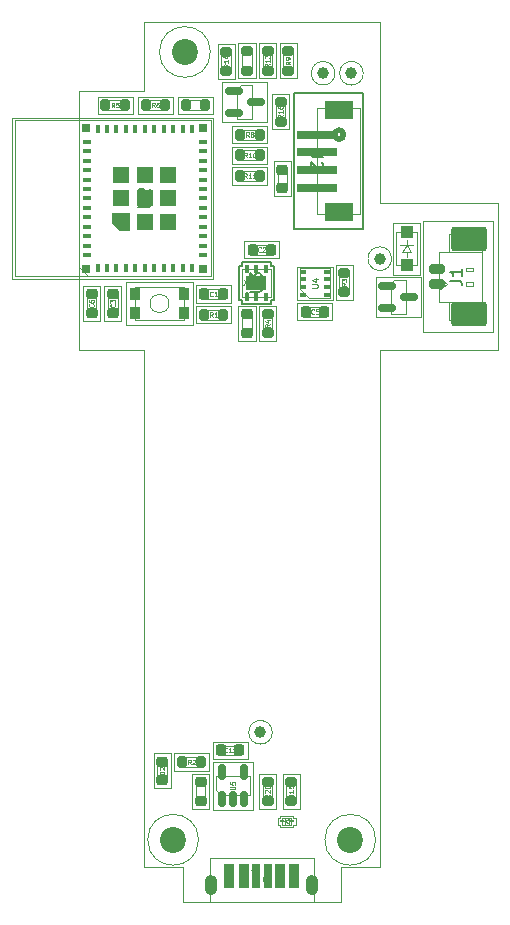
<source format=gts>
%TF.GenerationSoftware,KiCad,Pcbnew,7.0.7*%
%TF.CreationDate,2023-10-18T20:35:36-04:00*%
%TF.ProjectId,room_environment_monitor,726f6f6d-5f65-46e7-9669-726f6e6d656e,rev?*%
%TF.SameCoordinates,Original*%
%TF.FileFunction,Soldermask,Top*%
%TF.FilePolarity,Negative*%
%FSLAX46Y46*%
G04 Gerber Fmt 4.6, Leading zero omitted, Abs format (unit mm)*
G04 Created by KiCad (PCBNEW 7.0.7) date 2023-10-18 20:35:36*
%MOMM*%
%LPD*%
G01*
G04 APERTURE LIST*
G04 Aperture macros list*
%AMRoundRect*
0 Rectangle with rounded corners*
0 $1 Rounding radius*
0 $2 $3 $4 $5 $6 $7 $8 $9 X,Y pos of 4 corners*
0 Add a 4 corners polygon primitive as box body*
4,1,4,$2,$3,$4,$5,$6,$7,$8,$9,$2,$3,0*
0 Add four circle primitives for the rounded corners*
1,1,$1+$1,$2,$3*
1,1,$1+$1,$4,$5*
1,1,$1+$1,$6,$7*
1,1,$1+$1,$8,$9*
0 Add four rect primitives between the rounded corners*
20,1,$1+$1,$2,$3,$4,$5,0*
20,1,$1+$1,$4,$5,$6,$7,0*
20,1,$1+$1,$6,$7,$8,$9,0*
20,1,$1+$1,$8,$9,$2,$3,0*%
%AMFreePoly0*
4,1,6,0.725000,-0.725000,-0.725000,-0.725000,-0.725000,0.125000,-0.125000,0.725000,0.725000,0.725000,0.725000,-0.725000,0.725000,-0.725000,$1*%
G04 Aperture macros list end*
%ADD10RoundRect,0.200000X0.275000X-0.200000X0.275000X0.200000X-0.275000X0.200000X-0.275000X-0.200000X0*%
%ADD11RoundRect,0.200000X-0.275000X0.200000X-0.275000X-0.200000X0.275000X-0.200000X0.275000X0.200000X0*%
%ADD12RoundRect,0.200000X0.200000X0.275000X-0.200000X0.275000X-0.200000X-0.275000X0.200000X-0.275000X0*%
%ADD13RoundRect,0.225000X-0.225000X-0.250000X0.225000X-0.250000X0.225000X0.250000X-0.225000X0.250000X0*%
%ADD14C,2.200000*%
%ADD15RoundRect,0.150000X-0.587500X-0.150000X0.587500X-0.150000X0.587500X0.150000X-0.587500X0.150000X0*%
%ADD16RoundRect,0.150000X0.150000X-0.512500X0.150000X0.512500X-0.150000X0.512500X-0.150000X-0.512500X0*%
%ADD17RoundRect,0.200000X-0.200000X-0.275000X0.200000X-0.275000X0.200000X0.275000X-0.200000X0.275000X0*%
%ADD18R,0.711200X2.006600*%
%ADD19R,0.812800X2.006600*%
%ADD20R,0.889000X2.006600*%
%ADD21O,1.066800X1.701800*%
%ADD22R,0.500000X0.350000*%
%ADD23C,1.000000*%
%ADD24R,0.355600X0.660400*%
%ADD25R,1.701800X1.244600*%
%ADD26RoundRect,0.225000X-0.250000X0.225000X-0.250000X-0.225000X0.250000X-0.225000X0.250000X0.225000X0*%
%ADD27R,0.400000X0.800000*%
%ADD28R,0.800000X0.400000*%
%ADD29FreePoly0,90.000000*%
%ADD30R,1.450000X1.450000*%
%ADD31R,0.700000X0.700000*%
%ADD32R,3.352800X0.711200*%
%ADD33R,2.387600X1.600200*%
%ADD34RoundRect,0.062500X0.117500X0.062500X-0.117500X0.062500X-0.117500X-0.062500X0.117500X-0.062500X0*%
%ADD35RoundRect,0.218750X0.256250X-0.218750X0.256250X0.218750X-0.256250X0.218750X-0.256250X-0.218750X0*%
%ADD36RoundRect,0.225000X0.250000X-0.225000X0.250000X0.225000X-0.250000X0.225000X-0.250000X-0.225000X0*%
%ADD37RoundRect,0.200000X0.450000X-0.200000X0.450000X0.200000X-0.450000X0.200000X-0.450000X-0.200000X0*%
%ADD38RoundRect,0.250001X1.249999X-0.799999X1.249999X0.799999X-1.249999X0.799999X-1.249999X-0.799999X0*%
%ADD39RoundRect,0.225000X0.225000X0.250000X-0.225000X0.250000X-0.225000X-0.250000X0.225000X-0.250000X0*%
%ADD40R,0.900000X1.000000*%
%ADD41RoundRect,0.250000X-0.300000X0.300000X-0.300000X-0.300000X0.300000X-0.300000X0.300000X0.300000X0*%
%TA.AperFunction,Profile*%
%ADD42C,0.100000*%
%TD*%
%ADD43C,0.050000*%
%ADD44C,0.152400*%
%ADD45C,0.060000*%
%ADD46C,0.150000*%
%ADD47C,0.075000*%
%ADD48C,0.100000*%
%ADD49C,0.025400*%
%ADD50C,0.508000*%
G04 APERTURE END LIST*
D10*
%TO.C,R3*%
X117000000Y-92825000D03*
X117000000Y-91175000D03*
%TD*%
D11*
%TO.C,R9*%
X112250000Y-72425000D03*
X112250000Y-74075000D03*
%TD*%
%TO.C,R13*%
X110500000Y-72425000D03*
X110500000Y-74075000D03*
%TD*%
D12*
%TO.C,R8*%
X109825000Y-79500000D03*
X108175000Y-79500000D03*
%TD*%
D13*
%TO.C,C1*%
X105150000Y-93000000D03*
X106700000Y-93000000D03*
%TD*%
D14*
%TO.C,H1*%
X102500000Y-139200000D03*
%TD*%
D13*
%TO.C,C2*%
X109225000Y-89250000D03*
X110775000Y-89250000D03*
%TD*%
D15*
%TO.C,Q3*%
X120625000Y-92300000D03*
X120625000Y-94200000D03*
X122500000Y-93250000D03*
%TD*%
D16*
%TO.C,U5*%
X106625000Y-135762500D03*
X107575000Y-135762500D03*
X108525000Y-135762500D03*
X108525000Y-133487500D03*
X106625000Y-133487500D03*
%TD*%
D17*
%TO.C,R11*%
X108175000Y-83000000D03*
X109825000Y-83000000D03*
%TD*%
D18*
%TO.C,P1*%
X110499999Y-142250002D03*
D19*
X108480000Y-142250002D03*
D20*
X107250000Y-142250002D03*
D18*
X109500001Y-142250002D03*
D19*
X111520000Y-142250002D03*
D20*
X112750000Y-142250002D03*
D21*
X114269999Y-143050003D03*
X105730001Y-143050003D03*
%TD*%
D22*
%TO.C,U4*%
X113500000Y-93050000D03*
X113500000Y-92400000D03*
X113500000Y-91750000D03*
X113500000Y-91100000D03*
X115550000Y-91100000D03*
X115550000Y-91750000D03*
X115550000Y-92400000D03*
X115550000Y-93050000D03*
%TD*%
D23*
%TO.C,TP4*%
X109900000Y-130100000D03*
%TD*%
D24*
%TO.C,U3*%
X108750000Y-93250000D03*
X109550001Y-93250000D03*
X110350002Y-93250000D03*
X110350002Y-90862400D03*
X109550001Y-90862400D03*
X108750000Y-90862400D03*
D25*
X109550001Y-92056200D03*
%TD*%
D14*
%TO.C,H2*%
X117500000Y-139200000D03*
%TD*%
D26*
%TO.C,C7*%
X111750000Y-82475000D03*
X111750000Y-84025000D03*
%TD*%
D14*
%TO.C,H3*%
X103500000Y-72500000D03*
%TD*%
D10*
%TO.C,R15*%
X112500000Y-135950000D03*
X112500000Y-134300000D03*
%TD*%
D27*
%TO.C,U2*%
X96100000Y-90800000D03*
X96900000Y-90800000D03*
X97700000Y-90800000D03*
X98500000Y-90800000D03*
X99300000Y-90800000D03*
X100100000Y-90800000D03*
X100900000Y-90800000D03*
X101700000Y-90800000D03*
X102500000Y-90800000D03*
X103300000Y-90800000D03*
X104100000Y-90800000D03*
D28*
X105000000Y-89700000D03*
X105000000Y-88900000D03*
X105000000Y-88100000D03*
X105000000Y-87300000D03*
X105000000Y-86500000D03*
X105000000Y-85700000D03*
X105000000Y-84900000D03*
X105000000Y-84100000D03*
X105000000Y-83300000D03*
X105000000Y-82500000D03*
X105000000Y-81700000D03*
X105000000Y-80900000D03*
X105000000Y-80100000D03*
D27*
X104100000Y-79000000D03*
X103300000Y-79000000D03*
X102500000Y-79000000D03*
X101700000Y-79000000D03*
X100900000Y-79000000D03*
X100100000Y-79000000D03*
X99300000Y-79000000D03*
X98500000Y-79000000D03*
X97700000Y-79000000D03*
X96900000Y-79000000D03*
X96100000Y-79000000D03*
D28*
X95200000Y-80100000D03*
X95200000Y-80900000D03*
X95200000Y-81700000D03*
X95200000Y-82500000D03*
X95200000Y-83300000D03*
X95200000Y-84100000D03*
X95200000Y-84900000D03*
X95200000Y-85700000D03*
X95200000Y-86500000D03*
X95200000Y-87300000D03*
X95200000Y-88100000D03*
X95200000Y-88900000D03*
X95200000Y-89700000D03*
D29*
X98125000Y-86875000D03*
D30*
X100100000Y-86875000D03*
X102075000Y-86875000D03*
X98125000Y-84900000D03*
X100100000Y-84900000D03*
X102075000Y-84900000D03*
X98125000Y-82925000D03*
X100100000Y-82925000D03*
X102075000Y-82925000D03*
D31*
X95150000Y-78950000D03*
X105050000Y-78950000D03*
X105050000Y-90850000D03*
X95150000Y-90850000D03*
%TD*%
D32*
%TO.C,J2*%
X114645800Y-79499999D03*
X114645800Y-80999999D03*
X114645800Y-82500001D03*
X114645800Y-84000001D03*
D33*
X116528448Y-77449998D03*
X116528448Y-86050002D03*
%TD*%
D23*
%TO.C,TP2*%
X117600000Y-74300000D03*
%TD*%
D13*
%TO.C,C11*%
X106550000Y-131625000D03*
X108100000Y-131625000D03*
%TD*%
D34*
%TO.C,D7*%
X111705000Y-137650000D03*
X112545000Y-137650000D03*
%TD*%
D11*
%TO.C,R12*%
X108750000Y-72425000D03*
X108750000Y-74075000D03*
%TD*%
D10*
%TO.C,R14*%
X107000000Y-74112500D03*
X107000000Y-72462500D03*
%TD*%
D17*
%TO.C,R10*%
X108175000Y-81250000D03*
X109825000Y-81250000D03*
%TD*%
D12*
%TO.C,R1*%
X106750000Y-94750000D03*
X105100000Y-94750000D03*
%TD*%
D10*
%TO.C,R20*%
X110500000Y-135950000D03*
X110500000Y-134300000D03*
%TD*%
D35*
%TO.C,D2*%
X101575000Y-134162500D03*
X101575000Y-132587500D03*
%TD*%
D36*
%TO.C,C10*%
X104825000Y-135900000D03*
X104825000Y-134350000D03*
%TD*%
D12*
%TO.C,R5*%
X98425000Y-77000000D03*
X96775000Y-77000000D03*
%TD*%
D37*
%TO.C,J1*%
X124825000Y-92150000D03*
X124825000Y-90900000D03*
D38*
X127575000Y-94700000D03*
X127575000Y-88350000D03*
%TD*%
D17*
%TO.C,R6*%
X100175000Y-77000000D03*
X101825000Y-77000000D03*
%TD*%
D11*
%TO.C,R16*%
X111600000Y-76750000D03*
X111600000Y-78400000D03*
%TD*%
D39*
%TO.C,C5*%
X115275000Y-94500000D03*
X113725000Y-94500000D03*
%TD*%
D40*
%TO.C,SW1*%
X103400000Y-94600000D03*
X99300000Y-94600000D03*
X103400000Y-93000000D03*
X99300000Y-93000000D03*
%TD*%
D12*
%TO.C,R2*%
X104900000Y-132625000D03*
X103250000Y-132625000D03*
%TD*%
D26*
%TO.C,C4*%
X108750000Y-94725000D03*
X108750000Y-96275000D03*
%TD*%
D10*
%TO.C,R4*%
X110500000Y-96325000D03*
X110500000Y-94675000D03*
%TD*%
D26*
%TO.C,C3*%
X97400000Y-93025000D03*
X97400000Y-94575000D03*
%TD*%
D23*
%TO.C,TP3*%
X115200000Y-74300000D03*
%TD*%
D26*
%TO.C,C6*%
X95600000Y-93025000D03*
X95600000Y-94575000D03*
%TD*%
D41*
%TO.C,D1*%
X122275000Y-87750000D03*
X122275000Y-90550000D03*
%TD*%
D17*
%TO.C,R7*%
X103575000Y-77000000D03*
X105225000Y-77000000D03*
%TD*%
D23*
%TO.C,TP1*%
X120000000Y-90000000D03*
%TD*%
D15*
%TO.C,Q1*%
X107625000Y-75800000D03*
X107625000Y-77700000D03*
X109500000Y-76750000D03*
%TD*%
D42*
X120000000Y-70000000D02*
X120000000Y-85250000D01*
X103300000Y-144500000D02*
X103300000Y-141500000D01*
X120000000Y-85250000D02*
X130000000Y-85250000D01*
X100000000Y-70000000D02*
X120000000Y-70000000D01*
X100000000Y-75800000D02*
X100000000Y-70000000D01*
X100000000Y-97750000D02*
X94500000Y-97750000D01*
X120000000Y-97750000D02*
X120000000Y-141500000D01*
X130000000Y-85250000D02*
X130000000Y-97750000D01*
X116700000Y-144500000D02*
X103300000Y-144500000D01*
X103300000Y-141500000D02*
X100000000Y-141500000D01*
X116700000Y-141500000D02*
X116700000Y-144500000D01*
X100000000Y-141500000D02*
X100000000Y-97750000D01*
X130000000Y-97750000D02*
X120000000Y-97750000D01*
X94500000Y-75800000D02*
X100000000Y-75800000D01*
X94500000Y-75800000D02*
X94500000Y-97750000D01*
X120000000Y-141500000D02*
X116700000Y-141500000D01*
D43*
%TO.C,R3*%
X116270000Y-93480000D02*
X116270000Y-90520000D01*
X117730000Y-93480000D02*
X116270000Y-93480000D01*
X116270000Y-90520000D02*
X117730000Y-90520000D01*
X117730000Y-90520000D02*
X117730000Y-93480000D01*
%TO.C,R9*%
X112980000Y-71770000D02*
X112980000Y-74730000D01*
X111520000Y-71770000D02*
X112980000Y-71770000D01*
X112980000Y-74730000D02*
X111520000Y-74730000D01*
X111520000Y-74730000D02*
X111520000Y-71770000D01*
%TO.C,R13*%
X111230000Y-71770000D02*
X111230000Y-74730000D01*
X109770000Y-71770000D02*
X111230000Y-71770000D01*
X111230000Y-74730000D02*
X109770000Y-74730000D01*
X109770000Y-74730000D02*
X109770000Y-71770000D01*
%TO.C,R8*%
X110480000Y-80230000D02*
X107520000Y-80230000D01*
X110480000Y-78770000D02*
X110480000Y-80230000D01*
X107520000Y-80230000D02*
X107520000Y-78770000D01*
X107520000Y-78770000D02*
X110480000Y-78770000D01*
%TO.C,C1*%
X104445000Y-92270000D02*
X107405000Y-92270000D01*
X104445000Y-93730000D02*
X104445000Y-92270000D01*
X107405000Y-92270000D02*
X107405000Y-93730000D01*
X107405000Y-93730000D02*
X104445000Y-93730000D01*
%TO.C,H1*%
X104650000Y-139200000D02*
G75*
G03*
X104650000Y-139200000I-2150000J0D01*
G01*
%TO.C,C2*%
X108520000Y-88520000D02*
X111480000Y-88520000D01*
X108520000Y-89980000D02*
X108520000Y-88520000D01*
X111480000Y-88520000D02*
X111480000Y-89980000D01*
X111480000Y-89980000D02*
X108520000Y-89980000D01*
%TO.C,Q3*%
X119642500Y-91550000D02*
X119642500Y-94950000D01*
X119642500Y-94950000D02*
X123482500Y-94950000D01*
X123482500Y-91550000D02*
X119642500Y-91550000D01*
X123482500Y-94950000D02*
X123482500Y-91550000D01*
%TO.C,U5*%
X105875000Y-136675000D02*
X109275000Y-136675000D01*
X109275000Y-136675000D02*
X109275000Y-132575000D01*
X105875000Y-132575000D02*
X105875000Y-136675000D01*
X109275000Y-132575000D02*
X105875000Y-132575000D01*
%TO.C,R11*%
X107520000Y-82270000D02*
X110480000Y-82270000D01*
X107520000Y-83730000D02*
X107520000Y-82270000D01*
X110480000Y-82270000D02*
X110480000Y-83730000D01*
X110480000Y-83730000D02*
X107520000Y-83730000D01*
%TO.C,U4*%
X112985000Y-93485000D02*
X112985000Y-90665000D01*
X116065000Y-93485000D02*
X112985000Y-93485000D01*
X112985000Y-90665000D02*
X116065000Y-90665000D01*
X116065000Y-90665000D02*
X116065000Y-93485000D01*
%TO.C,TP4*%
X110900000Y-130100000D02*
G75*
G03*
X110900000Y-130100000I-1000000J0D01*
G01*
D44*
%TO.C,U3*%
X108318201Y-93834200D02*
X108318201Y-93529400D01*
X110781801Y-93834200D02*
X108318201Y-93834200D01*
X110781801Y-93834200D02*
X110781801Y-93529400D01*
X108076801Y-93529400D02*
X108076801Y-90583000D01*
X108318201Y-93529400D02*
X108076801Y-93529400D01*
X111023201Y-93529400D02*
X110781801Y-93529400D01*
X108076801Y-90583000D02*
X108318201Y-90583000D01*
X110781801Y-90583000D02*
X111023201Y-90583000D01*
X111023201Y-90583000D02*
X111023201Y-93529400D01*
X108318201Y-90278200D02*
X108318201Y-90583000D01*
X108318201Y-90278200D02*
X110781801Y-90278200D01*
X110781801Y-90278200D02*
X110781801Y-90583000D01*
D43*
%TO.C,H2*%
X119650000Y-139200000D02*
G75*
G03*
X119650000Y-139200000I-2150000J0D01*
G01*
%TO.C,C7*%
X112480000Y-81770000D02*
X112480000Y-84730000D01*
X111020000Y-81770000D02*
X112480000Y-81770000D01*
X112480000Y-84730000D02*
X111020000Y-84730000D01*
X111020000Y-84730000D02*
X111020000Y-81770000D01*
%TO.C,H3*%
X105650000Y-72500000D02*
G75*
G03*
X105650000Y-72500000I-2150000J0D01*
G01*
%TO.C,R15*%
X111770000Y-136605000D02*
X111770000Y-133645000D01*
X113230000Y-136605000D02*
X111770000Y-136605000D01*
X111770000Y-133645000D02*
X113230000Y-133645000D01*
X113230000Y-133645000D02*
X113230000Y-136605000D01*
%TO.C,U2*%
X88900000Y-91700000D02*
X88900000Y-78100000D01*
X105900000Y-91700000D02*
X88900000Y-91700000D01*
X88900000Y-78100000D02*
X105900000Y-78100000D01*
X105900000Y-78100000D02*
X105900000Y-91700000D01*
D44*
%TO.C,J2*%
X118608200Y-76002199D02*
X112715400Y-76002199D01*
X112715400Y-76002199D02*
X112715400Y-87497801D01*
X118608200Y-87497801D02*
X118608200Y-76002199D01*
X112715400Y-87497801D02*
X118608200Y-87497801D01*
D43*
%TO.C,TP2*%
X118600000Y-74300000D02*
G75*
G03*
X118600000Y-74300000I-1000000J0D01*
G01*
%TO.C,C11*%
X105845000Y-130895000D02*
X108805000Y-130895000D01*
X105845000Y-132355000D02*
X105845000Y-130895000D01*
X108805000Y-130895000D02*
X108805000Y-132355000D01*
X108805000Y-132355000D02*
X105845000Y-132355000D01*
%TO.C,D7*%
X111375000Y-137370000D02*
X111375000Y-137930000D01*
X111375000Y-137930000D02*
X111575000Y-137930000D01*
X111575000Y-137200000D02*
X112675000Y-137200000D01*
X111575000Y-137370000D02*
X111375000Y-137370000D01*
X111575000Y-137370000D02*
X111575000Y-137200000D01*
X111575000Y-138100000D02*
X111575000Y-137930000D01*
X112675000Y-137200000D02*
X112675000Y-137370000D01*
X112675000Y-137370000D02*
X112875000Y-137370000D01*
X112675000Y-137930000D02*
X112675000Y-138100000D01*
X112675000Y-138100000D02*
X111575000Y-138100000D01*
X112875000Y-137370000D02*
X112875000Y-137930000D01*
X112875000Y-137930000D02*
X112675000Y-137930000D01*
%TO.C,R12*%
X109480000Y-71770000D02*
X109480000Y-74730000D01*
X108020000Y-71770000D02*
X109480000Y-71770000D01*
X109480000Y-74730000D02*
X108020000Y-74730000D01*
X108020000Y-74730000D02*
X108020000Y-71770000D01*
%TO.C,R14*%
X106270000Y-74767500D02*
X106270000Y-71807500D01*
X107730000Y-74767500D02*
X106270000Y-74767500D01*
X106270000Y-71807500D02*
X107730000Y-71807500D01*
X107730000Y-71807500D02*
X107730000Y-74767500D01*
%TO.C,R10*%
X107520000Y-80520000D02*
X110480000Y-80520000D01*
X107520000Y-81980000D02*
X107520000Y-80520000D01*
X110480000Y-80520000D02*
X110480000Y-81980000D01*
X110480000Y-81980000D02*
X107520000Y-81980000D01*
%TO.C,R1*%
X107405000Y-95480000D02*
X104445000Y-95480000D01*
X107405000Y-94020000D02*
X107405000Y-95480000D01*
X104445000Y-95480000D02*
X104445000Y-94020000D01*
X104445000Y-94020000D02*
X107405000Y-94020000D01*
%TO.C,R20*%
X109770000Y-136605000D02*
X109770000Y-133645000D01*
X111230000Y-136605000D02*
X109770000Y-136605000D01*
X109770000Y-133645000D02*
X111230000Y-133645000D01*
X111230000Y-133645000D02*
X111230000Y-136605000D01*
%TO.C,D2*%
X100845000Y-134855000D02*
X100845000Y-131895000D01*
X102305000Y-134855000D02*
X100845000Y-134855000D01*
X100845000Y-131895000D02*
X102305000Y-131895000D01*
X102305000Y-131895000D02*
X102305000Y-134855000D01*
%TO.C,C10*%
X104095000Y-136605000D02*
X104095000Y-133645000D01*
X105555000Y-136605000D02*
X104095000Y-136605000D01*
X104095000Y-133645000D02*
X105555000Y-133645000D01*
X105555000Y-133645000D02*
X105555000Y-136605000D01*
%TO.C,R5*%
X99080000Y-77730000D02*
X96120000Y-77730000D01*
X99080000Y-76270000D02*
X99080000Y-77730000D01*
X96120000Y-77730000D02*
X96120000Y-76270000D01*
X96120000Y-76270000D02*
X99080000Y-76270000D01*
%TO.C,J1*%
X123675000Y-96245000D02*
X129575000Y-96245000D01*
X129575000Y-96245000D02*
X129575000Y-86805000D01*
X123675000Y-86805000D02*
X123675000Y-96245000D01*
X129575000Y-86805000D02*
X123675000Y-86805000D01*
%TO.C,R6*%
X99520000Y-76270000D02*
X102480000Y-76270000D01*
X99520000Y-77730000D02*
X99520000Y-76270000D01*
X102480000Y-76270000D02*
X102480000Y-77730000D01*
X102480000Y-77730000D02*
X99520000Y-77730000D01*
%TO.C,R16*%
X112330000Y-76095000D02*
X112330000Y-79055000D01*
X110870000Y-76095000D02*
X112330000Y-76095000D01*
X112330000Y-79055000D02*
X110870000Y-79055000D01*
X110870000Y-79055000D02*
X110870000Y-76095000D01*
%TO.C,C5*%
X115980000Y-95230000D02*
X113020000Y-95230000D01*
X115980000Y-93770000D02*
X115980000Y-95230000D01*
X113020000Y-95230000D02*
X113020000Y-93770000D01*
X113020000Y-93770000D02*
X115980000Y-93770000D01*
%TO.C,SW1*%
X104150000Y-95600000D02*
X98550000Y-95600000D01*
X104150000Y-92000000D02*
X104150000Y-95600000D01*
X98550000Y-95600000D02*
X98550000Y-92000000D01*
X98550000Y-92000000D02*
X104150000Y-92000000D01*
%TO.C,R2*%
X105555000Y-133355000D02*
X102595000Y-133355000D01*
X105555000Y-131895000D02*
X105555000Y-133355000D01*
X102595000Y-133355000D02*
X102595000Y-131895000D01*
X102595000Y-131895000D02*
X105555000Y-131895000D01*
%TO.C,C4*%
X109480000Y-94020000D02*
X109480000Y-96980000D01*
X108020000Y-94020000D02*
X109480000Y-94020000D01*
X109480000Y-96980000D02*
X108020000Y-96980000D01*
X108020000Y-96980000D02*
X108020000Y-94020000D01*
%TO.C,R4*%
X109770000Y-96980000D02*
X109770000Y-94020000D01*
X111230000Y-96980000D02*
X109770000Y-96980000D01*
X109770000Y-94020000D02*
X111230000Y-94020000D01*
X111230000Y-94020000D02*
X111230000Y-96980000D01*
%TO.C,C3*%
X98130000Y-92320000D02*
X98130000Y-95280000D01*
X96670000Y-92320000D02*
X98130000Y-92320000D01*
X98130000Y-95280000D02*
X96670000Y-95280000D01*
X96670000Y-95280000D02*
X96670000Y-92320000D01*
%TO.C,TP3*%
X116200000Y-74300000D02*
G75*
G03*
X116200000Y-74300000I-1000000J0D01*
G01*
%TO.C,C6*%
X96330000Y-92320000D02*
X96330000Y-95280000D01*
X94870000Y-92320000D02*
X96330000Y-92320000D01*
X96330000Y-95280000D02*
X94870000Y-95280000D01*
X94870000Y-95280000D02*
X94870000Y-92320000D01*
%TO.C,D1*%
X123425000Y-86950000D02*
X121125000Y-86950000D01*
X123425000Y-86950000D02*
X123425000Y-91350000D01*
X123425000Y-91350000D02*
X121125000Y-91350000D01*
X121125000Y-91350000D02*
X121125000Y-86950000D01*
%TO.C,R7*%
X102920000Y-76270000D02*
X105880000Y-76270000D01*
X102920000Y-77730000D02*
X102920000Y-76270000D01*
X105880000Y-76270000D02*
X105880000Y-77730000D01*
X105880000Y-77730000D02*
X102920000Y-77730000D01*
%TO.C,TP1*%
X121000000Y-90000000D02*
G75*
G03*
X121000000Y-90000000I-1000000J0D01*
G01*
%TO.C,Q1*%
X106642500Y-75050000D02*
X106642500Y-78450000D01*
X106642500Y-78450000D02*
X110482500Y-78450000D01*
X110482500Y-75050000D02*
X106642500Y-75050000D01*
X110482500Y-78450000D02*
X110482500Y-75050000D01*
%TD*%
D45*
X117181927Y-92066666D02*
X116991451Y-92199999D01*
X117181927Y-92295237D02*
X116781927Y-92295237D01*
X116781927Y-92295237D02*
X116781927Y-92142856D01*
X116781927Y-92142856D02*
X116800975Y-92104761D01*
X116800975Y-92104761D02*
X116820022Y-92085714D01*
X116820022Y-92085714D02*
X116858118Y-92066666D01*
X116858118Y-92066666D02*
X116915260Y-92066666D01*
X116915260Y-92066666D02*
X116953356Y-92085714D01*
X116953356Y-92085714D02*
X116972403Y-92104761D01*
X116972403Y-92104761D02*
X116991451Y-92142856D01*
X116991451Y-92142856D02*
X116991451Y-92295237D01*
X116781927Y-91933333D02*
X116781927Y-91685714D01*
X116781927Y-91685714D02*
X116934308Y-91819047D01*
X116934308Y-91819047D02*
X116934308Y-91761904D01*
X116934308Y-91761904D02*
X116953356Y-91723809D01*
X116953356Y-91723809D02*
X116972403Y-91704761D01*
X116972403Y-91704761D02*
X117010499Y-91685714D01*
X117010499Y-91685714D02*
X117105737Y-91685714D01*
X117105737Y-91685714D02*
X117143832Y-91704761D01*
X117143832Y-91704761D02*
X117162880Y-91723809D01*
X117162880Y-91723809D02*
X117181927Y-91761904D01*
X117181927Y-91761904D02*
X117181927Y-91876190D01*
X117181927Y-91876190D02*
X117162880Y-91914285D01*
X117162880Y-91914285D02*
X117143832Y-91933333D01*
X112431927Y-73316666D02*
X112241451Y-73449999D01*
X112431927Y-73545237D02*
X112031927Y-73545237D01*
X112031927Y-73545237D02*
X112031927Y-73392856D01*
X112031927Y-73392856D02*
X112050975Y-73354761D01*
X112050975Y-73354761D02*
X112070022Y-73335714D01*
X112070022Y-73335714D02*
X112108118Y-73316666D01*
X112108118Y-73316666D02*
X112165260Y-73316666D01*
X112165260Y-73316666D02*
X112203356Y-73335714D01*
X112203356Y-73335714D02*
X112222403Y-73354761D01*
X112222403Y-73354761D02*
X112241451Y-73392856D01*
X112241451Y-73392856D02*
X112241451Y-73545237D01*
X112431927Y-73126190D02*
X112431927Y-73049999D01*
X112431927Y-73049999D02*
X112412880Y-73011904D01*
X112412880Y-73011904D02*
X112393832Y-72992856D01*
X112393832Y-72992856D02*
X112336689Y-72954761D01*
X112336689Y-72954761D02*
X112260499Y-72935714D01*
X112260499Y-72935714D02*
X112108118Y-72935714D01*
X112108118Y-72935714D02*
X112070022Y-72954761D01*
X112070022Y-72954761D02*
X112050975Y-72973809D01*
X112050975Y-72973809D02*
X112031927Y-73011904D01*
X112031927Y-73011904D02*
X112031927Y-73088095D01*
X112031927Y-73088095D02*
X112050975Y-73126190D01*
X112050975Y-73126190D02*
X112070022Y-73145237D01*
X112070022Y-73145237D02*
X112108118Y-73164285D01*
X112108118Y-73164285D02*
X112203356Y-73164285D01*
X112203356Y-73164285D02*
X112241451Y-73145237D01*
X112241451Y-73145237D02*
X112260499Y-73126190D01*
X112260499Y-73126190D02*
X112279546Y-73088095D01*
X112279546Y-73088095D02*
X112279546Y-73011904D01*
X112279546Y-73011904D02*
X112260499Y-72973809D01*
X112260499Y-72973809D02*
X112241451Y-72954761D01*
X112241451Y-72954761D02*
X112203356Y-72935714D01*
X110681927Y-73507142D02*
X110491451Y-73640475D01*
X110681927Y-73735713D02*
X110281927Y-73735713D01*
X110281927Y-73735713D02*
X110281927Y-73583332D01*
X110281927Y-73583332D02*
X110300975Y-73545237D01*
X110300975Y-73545237D02*
X110320022Y-73526190D01*
X110320022Y-73526190D02*
X110358118Y-73507142D01*
X110358118Y-73507142D02*
X110415260Y-73507142D01*
X110415260Y-73507142D02*
X110453356Y-73526190D01*
X110453356Y-73526190D02*
X110472403Y-73545237D01*
X110472403Y-73545237D02*
X110491451Y-73583332D01*
X110491451Y-73583332D02*
X110491451Y-73735713D01*
X110681927Y-73126190D02*
X110681927Y-73354761D01*
X110681927Y-73240475D02*
X110281927Y-73240475D01*
X110281927Y-73240475D02*
X110339070Y-73278571D01*
X110339070Y-73278571D02*
X110377165Y-73316666D01*
X110377165Y-73316666D02*
X110396213Y-73354761D01*
X110281927Y-72992857D02*
X110281927Y-72745238D01*
X110281927Y-72745238D02*
X110434308Y-72878571D01*
X110434308Y-72878571D02*
X110434308Y-72821428D01*
X110434308Y-72821428D02*
X110453356Y-72783333D01*
X110453356Y-72783333D02*
X110472403Y-72764285D01*
X110472403Y-72764285D02*
X110510499Y-72745238D01*
X110510499Y-72745238D02*
X110605737Y-72745238D01*
X110605737Y-72745238D02*
X110643832Y-72764285D01*
X110643832Y-72764285D02*
X110662880Y-72783333D01*
X110662880Y-72783333D02*
X110681927Y-72821428D01*
X110681927Y-72821428D02*
X110681927Y-72935714D01*
X110681927Y-72935714D02*
X110662880Y-72973809D01*
X110662880Y-72973809D02*
X110643832Y-72992857D01*
X108933333Y-79681927D02*
X108800000Y-79491451D01*
X108704762Y-79681927D02*
X108704762Y-79281927D01*
X108704762Y-79281927D02*
X108857143Y-79281927D01*
X108857143Y-79281927D02*
X108895238Y-79300975D01*
X108895238Y-79300975D02*
X108914285Y-79320022D01*
X108914285Y-79320022D02*
X108933333Y-79358118D01*
X108933333Y-79358118D02*
X108933333Y-79415260D01*
X108933333Y-79415260D02*
X108914285Y-79453356D01*
X108914285Y-79453356D02*
X108895238Y-79472403D01*
X108895238Y-79472403D02*
X108857143Y-79491451D01*
X108857143Y-79491451D02*
X108704762Y-79491451D01*
X109161904Y-79453356D02*
X109123809Y-79434308D01*
X109123809Y-79434308D02*
X109104762Y-79415260D01*
X109104762Y-79415260D02*
X109085714Y-79377165D01*
X109085714Y-79377165D02*
X109085714Y-79358118D01*
X109085714Y-79358118D02*
X109104762Y-79320022D01*
X109104762Y-79320022D02*
X109123809Y-79300975D01*
X109123809Y-79300975D02*
X109161904Y-79281927D01*
X109161904Y-79281927D02*
X109238095Y-79281927D01*
X109238095Y-79281927D02*
X109276190Y-79300975D01*
X109276190Y-79300975D02*
X109295238Y-79320022D01*
X109295238Y-79320022D02*
X109314285Y-79358118D01*
X109314285Y-79358118D02*
X109314285Y-79377165D01*
X109314285Y-79377165D02*
X109295238Y-79415260D01*
X109295238Y-79415260D02*
X109276190Y-79434308D01*
X109276190Y-79434308D02*
X109238095Y-79453356D01*
X109238095Y-79453356D02*
X109161904Y-79453356D01*
X109161904Y-79453356D02*
X109123809Y-79472403D01*
X109123809Y-79472403D02*
X109104762Y-79491451D01*
X109104762Y-79491451D02*
X109085714Y-79529546D01*
X109085714Y-79529546D02*
X109085714Y-79605737D01*
X109085714Y-79605737D02*
X109104762Y-79643832D01*
X109104762Y-79643832D02*
X109123809Y-79662880D01*
X109123809Y-79662880D02*
X109161904Y-79681927D01*
X109161904Y-79681927D02*
X109238095Y-79681927D01*
X109238095Y-79681927D02*
X109276190Y-79662880D01*
X109276190Y-79662880D02*
X109295238Y-79643832D01*
X109295238Y-79643832D02*
X109314285Y-79605737D01*
X109314285Y-79605737D02*
X109314285Y-79529546D01*
X109314285Y-79529546D02*
X109295238Y-79491451D01*
X109295238Y-79491451D02*
X109276190Y-79472403D01*
X109276190Y-79472403D02*
X109238095Y-79453356D01*
X105858333Y-93143832D02*
X105839285Y-93162880D01*
X105839285Y-93162880D02*
X105782143Y-93181927D01*
X105782143Y-93181927D02*
X105744047Y-93181927D01*
X105744047Y-93181927D02*
X105686904Y-93162880D01*
X105686904Y-93162880D02*
X105648809Y-93124784D01*
X105648809Y-93124784D02*
X105629762Y-93086689D01*
X105629762Y-93086689D02*
X105610714Y-93010499D01*
X105610714Y-93010499D02*
X105610714Y-92953356D01*
X105610714Y-92953356D02*
X105629762Y-92877165D01*
X105629762Y-92877165D02*
X105648809Y-92839070D01*
X105648809Y-92839070D02*
X105686904Y-92800975D01*
X105686904Y-92800975D02*
X105744047Y-92781927D01*
X105744047Y-92781927D02*
X105782143Y-92781927D01*
X105782143Y-92781927D02*
X105839285Y-92800975D01*
X105839285Y-92800975D02*
X105858333Y-92820022D01*
X106239285Y-93181927D02*
X106010714Y-93181927D01*
X106125000Y-93181927D02*
X106125000Y-92781927D01*
X106125000Y-92781927D02*
X106086904Y-92839070D01*
X106086904Y-92839070D02*
X106048809Y-92877165D01*
X106048809Y-92877165D02*
X106010714Y-92896213D01*
D46*
X101738095Y-139654819D02*
X101738095Y-138654819D01*
X101738095Y-139131009D02*
X102309523Y-139131009D01*
X102309523Y-139654819D02*
X102309523Y-138654819D01*
X103309523Y-139654819D02*
X102738095Y-139654819D01*
X103023809Y-139654819D02*
X103023809Y-138654819D01*
X103023809Y-138654819D02*
X102928571Y-138797676D01*
X102928571Y-138797676D02*
X102833333Y-138892914D01*
X102833333Y-138892914D02*
X102738095Y-138940533D01*
D45*
X109933333Y-89393832D02*
X109914285Y-89412880D01*
X109914285Y-89412880D02*
X109857143Y-89431927D01*
X109857143Y-89431927D02*
X109819047Y-89431927D01*
X109819047Y-89431927D02*
X109761904Y-89412880D01*
X109761904Y-89412880D02*
X109723809Y-89374784D01*
X109723809Y-89374784D02*
X109704762Y-89336689D01*
X109704762Y-89336689D02*
X109685714Y-89260499D01*
X109685714Y-89260499D02*
X109685714Y-89203356D01*
X109685714Y-89203356D02*
X109704762Y-89127165D01*
X109704762Y-89127165D02*
X109723809Y-89089070D01*
X109723809Y-89089070D02*
X109761904Y-89050975D01*
X109761904Y-89050975D02*
X109819047Y-89031927D01*
X109819047Y-89031927D02*
X109857143Y-89031927D01*
X109857143Y-89031927D02*
X109914285Y-89050975D01*
X109914285Y-89050975D02*
X109933333Y-89070022D01*
X110085714Y-89070022D02*
X110104762Y-89050975D01*
X110104762Y-89050975D02*
X110142857Y-89031927D01*
X110142857Y-89031927D02*
X110238095Y-89031927D01*
X110238095Y-89031927D02*
X110276190Y-89050975D01*
X110276190Y-89050975D02*
X110295238Y-89070022D01*
X110295238Y-89070022D02*
X110314285Y-89108118D01*
X110314285Y-89108118D02*
X110314285Y-89146213D01*
X110314285Y-89146213D02*
X110295238Y-89203356D01*
X110295238Y-89203356D02*
X110066666Y-89431927D01*
X110066666Y-89431927D02*
X110314285Y-89431927D01*
X107356927Y-134929761D02*
X107680737Y-134929761D01*
X107680737Y-134929761D02*
X107718832Y-134910714D01*
X107718832Y-134910714D02*
X107737880Y-134891666D01*
X107737880Y-134891666D02*
X107756927Y-134853571D01*
X107756927Y-134853571D02*
X107756927Y-134777380D01*
X107756927Y-134777380D02*
X107737880Y-134739285D01*
X107737880Y-134739285D02*
X107718832Y-134720238D01*
X107718832Y-134720238D02*
X107680737Y-134701190D01*
X107680737Y-134701190D02*
X107356927Y-134701190D01*
X107356927Y-134320237D02*
X107356927Y-134510713D01*
X107356927Y-134510713D02*
X107547403Y-134529761D01*
X107547403Y-134529761D02*
X107528356Y-134510713D01*
X107528356Y-134510713D02*
X107509308Y-134472618D01*
X107509308Y-134472618D02*
X107509308Y-134377380D01*
X107509308Y-134377380D02*
X107528356Y-134339285D01*
X107528356Y-134339285D02*
X107547403Y-134320237D01*
X107547403Y-134320237D02*
X107585499Y-134301190D01*
X107585499Y-134301190D02*
X107680737Y-134301190D01*
X107680737Y-134301190D02*
X107718832Y-134320237D01*
X107718832Y-134320237D02*
X107737880Y-134339285D01*
X107737880Y-134339285D02*
X107756927Y-134377380D01*
X107756927Y-134377380D02*
X107756927Y-134472618D01*
X107756927Y-134472618D02*
X107737880Y-134510713D01*
X107737880Y-134510713D02*
X107718832Y-134529761D01*
X108742857Y-83181927D02*
X108609524Y-82991451D01*
X108514286Y-83181927D02*
X108514286Y-82781927D01*
X108514286Y-82781927D02*
X108666667Y-82781927D01*
X108666667Y-82781927D02*
X108704762Y-82800975D01*
X108704762Y-82800975D02*
X108723809Y-82820022D01*
X108723809Y-82820022D02*
X108742857Y-82858118D01*
X108742857Y-82858118D02*
X108742857Y-82915260D01*
X108742857Y-82915260D02*
X108723809Y-82953356D01*
X108723809Y-82953356D02*
X108704762Y-82972403D01*
X108704762Y-82972403D02*
X108666667Y-82991451D01*
X108666667Y-82991451D02*
X108514286Y-82991451D01*
X109123809Y-83181927D02*
X108895238Y-83181927D01*
X109009524Y-83181927D02*
X109009524Y-82781927D01*
X109009524Y-82781927D02*
X108971428Y-82839070D01*
X108971428Y-82839070D02*
X108933333Y-82877165D01*
X108933333Y-82877165D02*
X108895238Y-82896213D01*
X109504761Y-83181927D02*
X109276190Y-83181927D01*
X109390476Y-83181927D02*
X109390476Y-82781927D01*
X109390476Y-82781927D02*
X109352380Y-82839070D01*
X109352380Y-82839070D02*
X109314285Y-82877165D01*
X109314285Y-82877165D02*
X109276190Y-82896213D01*
D46*
X110738094Y-141795182D02*
X110738094Y-142795182D01*
X110738094Y-142795182D02*
X110357142Y-142795182D01*
X110357142Y-142795182D02*
X110261904Y-142747563D01*
X110261904Y-142747563D02*
X110214285Y-142699944D01*
X110214285Y-142699944D02*
X110166666Y-142604706D01*
X110166666Y-142604706D02*
X110166666Y-142461849D01*
X110166666Y-142461849D02*
X110214285Y-142366611D01*
X110214285Y-142366611D02*
X110261904Y-142318992D01*
X110261904Y-142318992D02*
X110357142Y-142271373D01*
X110357142Y-142271373D02*
X110738094Y-142271373D01*
X109214285Y-141795182D02*
X109785713Y-141795182D01*
X109499999Y-141795182D02*
X109499999Y-142795182D01*
X109499999Y-142795182D02*
X109595237Y-142652325D01*
X109595237Y-142652325D02*
X109690475Y-142557087D01*
X109690475Y-142557087D02*
X109785713Y-142509468D01*
D47*
X114252409Y-92455952D02*
X114657171Y-92455952D01*
X114657171Y-92455952D02*
X114704790Y-92432142D01*
X114704790Y-92432142D02*
X114728600Y-92408333D01*
X114728600Y-92408333D02*
X114752409Y-92360714D01*
X114752409Y-92360714D02*
X114752409Y-92265476D01*
X114752409Y-92265476D02*
X114728600Y-92217857D01*
X114728600Y-92217857D02*
X114704790Y-92194047D01*
X114704790Y-92194047D02*
X114657171Y-92170238D01*
X114657171Y-92170238D02*
X114252409Y-92170238D01*
X114419076Y-91717856D02*
X114752409Y-91717856D01*
X114228600Y-91836904D02*
X114585742Y-91955951D01*
X114585742Y-91955951D02*
X114585742Y-91646428D01*
D46*
X109004820Y-92818104D02*
X109814343Y-92818104D01*
X109814343Y-92818104D02*
X109909581Y-92770485D01*
X109909581Y-92770485D02*
X109957201Y-92722866D01*
X109957201Y-92722866D02*
X110004820Y-92627628D01*
X110004820Y-92627628D02*
X110004820Y-92437152D01*
X110004820Y-92437152D02*
X109957201Y-92341914D01*
X109957201Y-92341914D02*
X109909581Y-92294295D01*
X109909581Y-92294295D02*
X109814343Y-92246676D01*
X109814343Y-92246676D02*
X109004820Y-92246676D01*
X109004820Y-91865723D02*
X109004820Y-91246676D01*
X109004820Y-91246676D02*
X109385772Y-91580009D01*
X109385772Y-91580009D02*
X109385772Y-91437152D01*
X109385772Y-91437152D02*
X109433391Y-91341914D01*
X109433391Y-91341914D02*
X109481010Y-91294295D01*
X109481010Y-91294295D02*
X109576248Y-91246676D01*
X109576248Y-91246676D02*
X109814343Y-91246676D01*
X109814343Y-91246676D02*
X109909581Y-91294295D01*
X109909581Y-91294295D02*
X109957201Y-91341914D01*
X109957201Y-91341914D02*
X110004820Y-91437152D01*
X110004820Y-91437152D02*
X110004820Y-91722866D01*
X110004820Y-91722866D02*
X109957201Y-91818104D01*
X109957201Y-91818104D02*
X109909581Y-91865723D01*
X116738095Y-139654819D02*
X116738095Y-138654819D01*
X116738095Y-139131009D02*
X117309523Y-139131009D01*
X117309523Y-139654819D02*
X117309523Y-138654819D01*
X117738095Y-138750057D02*
X117785714Y-138702438D01*
X117785714Y-138702438D02*
X117880952Y-138654819D01*
X117880952Y-138654819D02*
X118119047Y-138654819D01*
X118119047Y-138654819D02*
X118214285Y-138702438D01*
X118214285Y-138702438D02*
X118261904Y-138750057D01*
X118261904Y-138750057D02*
X118309523Y-138845295D01*
X118309523Y-138845295D02*
X118309523Y-138940533D01*
X118309523Y-138940533D02*
X118261904Y-139083390D01*
X118261904Y-139083390D02*
X117690476Y-139654819D01*
X117690476Y-139654819D02*
X118309523Y-139654819D01*
X102738095Y-72954819D02*
X102738095Y-71954819D01*
X102738095Y-72431009D02*
X103309523Y-72431009D01*
X103309523Y-72954819D02*
X103309523Y-71954819D01*
X103690476Y-71954819D02*
X104309523Y-71954819D01*
X104309523Y-71954819D02*
X103976190Y-72335771D01*
X103976190Y-72335771D02*
X104119047Y-72335771D01*
X104119047Y-72335771D02*
X104214285Y-72383390D01*
X104214285Y-72383390D02*
X104261904Y-72431009D01*
X104261904Y-72431009D02*
X104309523Y-72526247D01*
X104309523Y-72526247D02*
X104309523Y-72764342D01*
X104309523Y-72764342D02*
X104261904Y-72859580D01*
X104261904Y-72859580D02*
X104214285Y-72907200D01*
X104214285Y-72907200D02*
X104119047Y-72954819D01*
X104119047Y-72954819D02*
X103833333Y-72954819D01*
X103833333Y-72954819D02*
X103738095Y-72907200D01*
X103738095Y-72907200D02*
X103690476Y-72859580D01*
D45*
X112681927Y-135382142D02*
X112491451Y-135515475D01*
X112681927Y-135610713D02*
X112281927Y-135610713D01*
X112281927Y-135610713D02*
X112281927Y-135458332D01*
X112281927Y-135458332D02*
X112300975Y-135420237D01*
X112300975Y-135420237D02*
X112320022Y-135401190D01*
X112320022Y-135401190D02*
X112358118Y-135382142D01*
X112358118Y-135382142D02*
X112415260Y-135382142D01*
X112415260Y-135382142D02*
X112453356Y-135401190D01*
X112453356Y-135401190D02*
X112472403Y-135420237D01*
X112472403Y-135420237D02*
X112491451Y-135458332D01*
X112491451Y-135458332D02*
X112491451Y-135610713D01*
X112681927Y-135001190D02*
X112681927Y-135229761D01*
X112681927Y-135115475D02*
X112281927Y-135115475D01*
X112281927Y-135115475D02*
X112339070Y-135153571D01*
X112339070Y-135153571D02*
X112377165Y-135191666D01*
X112377165Y-135191666D02*
X112396213Y-135229761D01*
X112281927Y-134639285D02*
X112281927Y-134829761D01*
X112281927Y-134829761D02*
X112472403Y-134848809D01*
X112472403Y-134848809D02*
X112453356Y-134829761D01*
X112453356Y-134829761D02*
X112434308Y-134791666D01*
X112434308Y-134791666D02*
X112434308Y-134696428D01*
X112434308Y-134696428D02*
X112453356Y-134658333D01*
X112453356Y-134658333D02*
X112472403Y-134639285D01*
X112472403Y-134639285D02*
X112510499Y-134620238D01*
X112510499Y-134620238D02*
X112605737Y-134620238D01*
X112605737Y-134620238D02*
X112643832Y-134639285D01*
X112643832Y-134639285D02*
X112662880Y-134658333D01*
X112662880Y-134658333D02*
X112681927Y-134696428D01*
X112681927Y-134696428D02*
X112681927Y-134791666D01*
X112681927Y-134791666D02*
X112662880Y-134829761D01*
X112662880Y-134829761D02*
X112643832Y-134848809D01*
D46*
X99554819Y-85661904D02*
X100364342Y-85661904D01*
X100364342Y-85661904D02*
X100459580Y-85614285D01*
X100459580Y-85614285D02*
X100507200Y-85566666D01*
X100507200Y-85566666D02*
X100554819Y-85471428D01*
X100554819Y-85471428D02*
X100554819Y-85280952D01*
X100554819Y-85280952D02*
X100507200Y-85185714D01*
X100507200Y-85185714D02*
X100459580Y-85138095D01*
X100459580Y-85138095D02*
X100364342Y-85090476D01*
X100364342Y-85090476D02*
X99554819Y-85090476D01*
X99650057Y-84661904D02*
X99602438Y-84614285D01*
X99602438Y-84614285D02*
X99554819Y-84519047D01*
X99554819Y-84519047D02*
X99554819Y-84280952D01*
X99554819Y-84280952D02*
X99602438Y-84185714D01*
X99602438Y-84185714D02*
X99650057Y-84138095D01*
X99650057Y-84138095D02*
X99745295Y-84090476D01*
X99745295Y-84090476D02*
X99840533Y-84090476D01*
X99840533Y-84090476D02*
X99983390Y-84138095D01*
X99983390Y-84138095D02*
X100554819Y-84709523D01*
X100554819Y-84709523D02*
X100554819Y-84090476D01*
X115190980Y-81416666D02*
X114476695Y-81416666D01*
X114476695Y-81416666D02*
X114333838Y-81369047D01*
X114333838Y-81369047D02*
X114238600Y-81273809D01*
X114238600Y-81273809D02*
X114190980Y-81130952D01*
X114190980Y-81130952D02*
X114190980Y-81035714D01*
X115095742Y-81845238D02*
X115143361Y-81892857D01*
X115143361Y-81892857D02*
X115190980Y-81988095D01*
X115190980Y-81988095D02*
X115190980Y-82226190D01*
X115190980Y-82226190D02*
X115143361Y-82321428D01*
X115143361Y-82321428D02*
X115095742Y-82369047D01*
X115095742Y-82369047D02*
X115000504Y-82416666D01*
X115000504Y-82416666D02*
X114905266Y-82416666D01*
X114905266Y-82416666D02*
X114762409Y-82369047D01*
X114762409Y-82369047D02*
X114190980Y-81797619D01*
X114190980Y-81797619D02*
X114190980Y-82416666D01*
D45*
X107067857Y-131768832D02*
X107048809Y-131787880D01*
X107048809Y-131787880D02*
X106991667Y-131806927D01*
X106991667Y-131806927D02*
X106953571Y-131806927D01*
X106953571Y-131806927D02*
X106896428Y-131787880D01*
X106896428Y-131787880D02*
X106858333Y-131749784D01*
X106858333Y-131749784D02*
X106839286Y-131711689D01*
X106839286Y-131711689D02*
X106820238Y-131635499D01*
X106820238Y-131635499D02*
X106820238Y-131578356D01*
X106820238Y-131578356D02*
X106839286Y-131502165D01*
X106839286Y-131502165D02*
X106858333Y-131464070D01*
X106858333Y-131464070D02*
X106896428Y-131425975D01*
X106896428Y-131425975D02*
X106953571Y-131406927D01*
X106953571Y-131406927D02*
X106991667Y-131406927D01*
X106991667Y-131406927D02*
X107048809Y-131425975D01*
X107048809Y-131425975D02*
X107067857Y-131445022D01*
X107448809Y-131806927D02*
X107220238Y-131806927D01*
X107334524Y-131806927D02*
X107334524Y-131406927D01*
X107334524Y-131406927D02*
X107296428Y-131464070D01*
X107296428Y-131464070D02*
X107258333Y-131502165D01*
X107258333Y-131502165D02*
X107220238Y-131521213D01*
X107829761Y-131806927D02*
X107601190Y-131806927D01*
X107715476Y-131806927D02*
X107715476Y-131406927D01*
X107715476Y-131406927D02*
X107677380Y-131464070D01*
X107677380Y-131464070D02*
X107639285Y-131502165D01*
X107639285Y-131502165D02*
X107601190Y-131521213D01*
X107181927Y-73544642D02*
X106991451Y-73677975D01*
X107181927Y-73773213D02*
X106781927Y-73773213D01*
X106781927Y-73773213D02*
X106781927Y-73620832D01*
X106781927Y-73620832D02*
X106800975Y-73582737D01*
X106800975Y-73582737D02*
X106820022Y-73563690D01*
X106820022Y-73563690D02*
X106858118Y-73544642D01*
X106858118Y-73544642D02*
X106915260Y-73544642D01*
X106915260Y-73544642D02*
X106953356Y-73563690D01*
X106953356Y-73563690D02*
X106972403Y-73582737D01*
X106972403Y-73582737D02*
X106991451Y-73620832D01*
X106991451Y-73620832D02*
X106991451Y-73773213D01*
X107181927Y-73163690D02*
X107181927Y-73392261D01*
X107181927Y-73277975D02*
X106781927Y-73277975D01*
X106781927Y-73277975D02*
X106839070Y-73316071D01*
X106839070Y-73316071D02*
X106877165Y-73354166D01*
X106877165Y-73354166D02*
X106896213Y-73392261D01*
X106915260Y-72820833D02*
X107181927Y-72820833D01*
X106762880Y-72916071D02*
X107048594Y-73011309D01*
X107048594Y-73011309D02*
X107048594Y-72763690D01*
X108742857Y-81431927D02*
X108609524Y-81241451D01*
X108514286Y-81431927D02*
X108514286Y-81031927D01*
X108514286Y-81031927D02*
X108666667Y-81031927D01*
X108666667Y-81031927D02*
X108704762Y-81050975D01*
X108704762Y-81050975D02*
X108723809Y-81070022D01*
X108723809Y-81070022D02*
X108742857Y-81108118D01*
X108742857Y-81108118D02*
X108742857Y-81165260D01*
X108742857Y-81165260D02*
X108723809Y-81203356D01*
X108723809Y-81203356D02*
X108704762Y-81222403D01*
X108704762Y-81222403D02*
X108666667Y-81241451D01*
X108666667Y-81241451D02*
X108514286Y-81241451D01*
X109123809Y-81431927D02*
X108895238Y-81431927D01*
X109009524Y-81431927D02*
X109009524Y-81031927D01*
X109009524Y-81031927D02*
X108971428Y-81089070D01*
X108971428Y-81089070D02*
X108933333Y-81127165D01*
X108933333Y-81127165D02*
X108895238Y-81146213D01*
X109371428Y-81031927D02*
X109409523Y-81031927D01*
X109409523Y-81031927D02*
X109447619Y-81050975D01*
X109447619Y-81050975D02*
X109466666Y-81070022D01*
X109466666Y-81070022D02*
X109485714Y-81108118D01*
X109485714Y-81108118D02*
X109504761Y-81184308D01*
X109504761Y-81184308D02*
X109504761Y-81279546D01*
X109504761Y-81279546D02*
X109485714Y-81355737D01*
X109485714Y-81355737D02*
X109466666Y-81393832D01*
X109466666Y-81393832D02*
X109447619Y-81412880D01*
X109447619Y-81412880D02*
X109409523Y-81431927D01*
X109409523Y-81431927D02*
X109371428Y-81431927D01*
X109371428Y-81431927D02*
X109333333Y-81412880D01*
X109333333Y-81412880D02*
X109314285Y-81393832D01*
X109314285Y-81393832D02*
X109295238Y-81355737D01*
X109295238Y-81355737D02*
X109276190Y-81279546D01*
X109276190Y-81279546D02*
X109276190Y-81184308D01*
X109276190Y-81184308D02*
X109295238Y-81108118D01*
X109295238Y-81108118D02*
X109314285Y-81070022D01*
X109314285Y-81070022D02*
X109333333Y-81050975D01*
X109333333Y-81050975D02*
X109371428Y-81031927D01*
X105858333Y-94931927D02*
X105725000Y-94741451D01*
X105629762Y-94931927D02*
X105629762Y-94531927D01*
X105629762Y-94531927D02*
X105782143Y-94531927D01*
X105782143Y-94531927D02*
X105820238Y-94550975D01*
X105820238Y-94550975D02*
X105839285Y-94570022D01*
X105839285Y-94570022D02*
X105858333Y-94608118D01*
X105858333Y-94608118D02*
X105858333Y-94665260D01*
X105858333Y-94665260D02*
X105839285Y-94703356D01*
X105839285Y-94703356D02*
X105820238Y-94722403D01*
X105820238Y-94722403D02*
X105782143Y-94741451D01*
X105782143Y-94741451D02*
X105629762Y-94741451D01*
X106239285Y-94931927D02*
X106010714Y-94931927D01*
X106125000Y-94931927D02*
X106125000Y-94531927D01*
X106125000Y-94531927D02*
X106086904Y-94589070D01*
X106086904Y-94589070D02*
X106048809Y-94627165D01*
X106048809Y-94627165D02*
X106010714Y-94646213D01*
X110681927Y-135382142D02*
X110491451Y-135515475D01*
X110681927Y-135610713D02*
X110281927Y-135610713D01*
X110281927Y-135610713D02*
X110281927Y-135458332D01*
X110281927Y-135458332D02*
X110300975Y-135420237D01*
X110300975Y-135420237D02*
X110320022Y-135401190D01*
X110320022Y-135401190D02*
X110358118Y-135382142D01*
X110358118Y-135382142D02*
X110415260Y-135382142D01*
X110415260Y-135382142D02*
X110453356Y-135401190D01*
X110453356Y-135401190D02*
X110472403Y-135420237D01*
X110472403Y-135420237D02*
X110491451Y-135458332D01*
X110491451Y-135458332D02*
X110491451Y-135610713D01*
X110320022Y-135229761D02*
X110300975Y-135210713D01*
X110300975Y-135210713D02*
X110281927Y-135172618D01*
X110281927Y-135172618D02*
X110281927Y-135077380D01*
X110281927Y-135077380D02*
X110300975Y-135039285D01*
X110300975Y-135039285D02*
X110320022Y-135020237D01*
X110320022Y-135020237D02*
X110358118Y-135001190D01*
X110358118Y-135001190D02*
X110396213Y-135001190D01*
X110396213Y-135001190D02*
X110453356Y-135020237D01*
X110453356Y-135020237D02*
X110681927Y-135248809D01*
X110681927Y-135248809D02*
X110681927Y-135001190D01*
X110281927Y-134753571D02*
X110281927Y-134715476D01*
X110281927Y-134715476D02*
X110300975Y-134677380D01*
X110300975Y-134677380D02*
X110320022Y-134658333D01*
X110320022Y-134658333D02*
X110358118Y-134639285D01*
X110358118Y-134639285D02*
X110434308Y-134620238D01*
X110434308Y-134620238D02*
X110529546Y-134620238D01*
X110529546Y-134620238D02*
X110605737Y-134639285D01*
X110605737Y-134639285D02*
X110643832Y-134658333D01*
X110643832Y-134658333D02*
X110662880Y-134677380D01*
X110662880Y-134677380D02*
X110681927Y-134715476D01*
X110681927Y-134715476D02*
X110681927Y-134753571D01*
X110681927Y-134753571D02*
X110662880Y-134791666D01*
X110662880Y-134791666D02*
X110643832Y-134810714D01*
X110643832Y-134810714D02*
X110605737Y-134829761D01*
X110605737Y-134829761D02*
X110529546Y-134848809D01*
X110529546Y-134848809D02*
X110434308Y-134848809D01*
X110434308Y-134848809D02*
X110358118Y-134829761D01*
X110358118Y-134829761D02*
X110320022Y-134810714D01*
X110320022Y-134810714D02*
X110300975Y-134791666D01*
X110300975Y-134791666D02*
X110281927Y-134753571D01*
X101756927Y-133670237D02*
X101356927Y-133670237D01*
X101356927Y-133670237D02*
X101356927Y-133574999D01*
X101356927Y-133574999D02*
X101375975Y-133517856D01*
X101375975Y-133517856D02*
X101414070Y-133479761D01*
X101414070Y-133479761D02*
X101452165Y-133460714D01*
X101452165Y-133460714D02*
X101528356Y-133441666D01*
X101528356Y-133441666D02*
X101585499Y-133441666D01*
X101585499Y-133441666D02*
X101661689Y-133460714D01*
X101661689Y-133460714D02*
X101699784Y-133479761D01*
X101699784Y-133479761D02*
X101737880Y-133517856D01*
X101737880Y-133517856D02*
X101756927Y-133574999D01*
X101756927Y-133574999D02*
X101756927Y-133670237D01*
X101395022Y-133289285D02*
X101375975Y-133270237D01*
X101375975Y-133270237D02*
X101356927Y-133232142D01*
X101356927Y-133232142D02*
X101356927Y-133136904D01*
X101356927Y-133136904D02*
X101375975Y-133098809D01*
X101375975Y-133098809D02*
X101395022Y-133079761D01*
X101395022Y-133079761D02*
X101433118Y-133060714D01*
X101433118Y-133060714D02*
X101471213Y-133060714D01*
X101471213Y-133060714D02*
X101528356Y-133079761D01*
X101528356Y-133079761D02*
X101756927Y-133308333D01*
X101756927Y-133308333D02*
X101756927Y-133060714D01*
X97533333Y-77181927D02*
X97400000Y-76991451D01*
X97304762Y-77181927D02*
X97304762Y-76781927D01*
X97304762Y-76781927D02*
X97457143Y-76781927D01*
X97457143Y-76781927D02*
X97495238Y-76800975D01*
X97495238Y-76800975D02*
X97514285Y-76820022D01*
X97514285Y-76820022D02*
X97533333Y-76858118D01*
X97533333Y-76858118D02*
X97533333Y-76915260D01*
X97533333Y-76915260D02*
X97514285Y-76953356D01*
X97514285Y-76953356D02*
X97495238Y-76972403D01*
X97495238Y-76972403D02*
X97457143Y-76991451D01*
X97457143Y-76991451D02*
X97304762Y-76991451D01*
X97895238Y-76781927D02*
X97704762Y-76781927D01*
X97704762Y-76781927D02*
X97685714Y-76972403D01*
X97685714Y-76972403D02*
X97704762Y-76953356D01*
X97704762Y-76953356D02*
X97742857Y-76934308D01*
X97742857Y-76934308D02*
X97838095Y-76934308D01*
X97838095Y-76934308D02*
X97876190Y-76953356D01*
X97876190Y-76953356D02*
X97895238Y-76972403D01*
X97895238Y-76972403D02*
X97914285Y-77010499D01*
X97914285Y-77010499D02*
X97914285Y-77105737D01*
X97914285Y-77105737D02*
X97895238Y-77143832D01*
X97895238Y-77143832D02*
X97876190Y-77162880D01*
X97876190Y-77162880D02*
X97838095Y-77181927D01*
X97838095Y-77181927D02*
X97742857Y-77181927D01*
X97742857Y-77181927D02*
X97704762Y-77162880D01*
X97704762Y-77162880D02*
X97685714Y-77143832D01*
D46*
X125929819Y-91858333D02*
X126644104Y-91858333D01*
X126644104Y-91858333D02*
X126786961Y-91905952D01*
X126786961Y-91905952D02*
X126882200Y-92001190D01*
X126882200Y-92001190D02*
X126929819Y-92144047D01*
X126929819Y-92144047D02*
X126929819Y-92239285D01*
X126929819Y-90858333D02*
X126929819Y-91429761D01*
X126929819Y-91144047D02*
X125929819Y-91144047D01*
X125929819Y-91144047D02*
X126072676Y-91239285D01*
X126072676Y-91239285D02*
X126167914Y-91334523D01*
X126167914Y-91334523D02*
X126215533Y-91429761D01*
D45*
X100933333Y-77181927D02*
X100800000Y-76991451D01*
X100704762Y-77181927D02*
X100704762Y-76781927D01*
X100704762Y-76781927D02*
X100857143Y-76781927D01*
X100857143Y-76781927D02*
X100895238Y-76800975D01*
X100895238Y-76800975D02*
X100914285Y-76820022D01*
X100914285Y-76820022D02*
X100933333Y-76858118D01*
X100933333Y-76858118D02*
X100933333Y-76915260D01*
X100933333Y-76915260D02*
X100914285Y-76953356D01*
X100914285Y-76953356D02*
X100895238Y-76972403D01*
X100895238Y-76972403D02*
X100857143Y-76991451D01*
X100857143Y-76991451D02*
X100704762Y-76991451D01*
X101276190Y-76781927D02*
X101200000Y-76781927D01*
X101200000Y-76781927D02*
X101161904Y-76800975D01*
X101161904Y-76800975D02*
X101142857Y-76820022D01*
X101142857Y-76820022D02*
X101104762Y-76877165D01*
X101104762Y-76877165D02*
X101085714Y-76953356D01*
X101085714Y-76953356D02*
X101085714Y-77105737D01*
X101085714Y-77105737D02*
X101104762Y-77143832D01*
X101104762Y-77143832D02*
X101123809Y-77162880D01*
X101123809Y-77162880D02*
X101161904Y-77181927D01*
X101161904Y-77181927D02*
X101238095Y-77181927D01*
X101238095Y-77181927D02*
X101276190Y-77162880D01*
X101276190Y-77162880D02*
X101295238Y-77143832D01*
X101295238Y-77143832D02*
X101314285Y-77105737D01*
X101314285Y-77105737D02*
X101314285Y-77010499D01*
X101314285Y-77010499D02*
X101295238Y-76972403D01*
X101295238Y-76972403D02*
X101276190Y-76953356D01*
X101276190Y-76953356D02*
X101238095Y-76934308D01*
X101238095Y-76934308D02*
X101161904Y-76934308D01*
X101161904Y-76934308D02*
X101123809Y-76953356D01*
X101123809Y-76953356D02*
X101104762Y-76972403D01*
X101104762Y-76972403D02*
X101085714Y-77010499D01*
X111781927Y-77832142D02*
X111591451Y-77965475D01*
X111781927Y-78060713D02*
X111381927Y-78060713D01*
X111381927Y-78060713D02*
X111381927Y-77908332D01*
X111381927Y-77908332D02*
X111400975Y-77870237D01*
X111400975Y-77870237D02*
X111420022Y-77851190D01*
X111420022Y-77851190D02*
X111458118Y-77832142D01*
X111458118Y-77832142D02*
X111515260Y-77832142D01*
X111515260Y-77832142D02*
X111553356Y-77851190D01*
X111553356Y-77851190D02*
X111572403Y-77870237D01*
X111572403Y-77870237D02*
X111591451Y-77908332D01*
X111591451Y-77908332D02*
X111591451Y-78060713D01*
X111781927Y-77451190D02*
X111781927Y-77679761D01*
X111781927Y-77565475D02*
X111381927Y-77565475D01*
X111381927Y-77565475D02*
X111439070Y-77603571D01*
X111439070Y-77603571D02*
X111477165Y-77641666D01*
X111477165Y-77641666D02*
X111496213Y-77679761D01*
X111381927Y-77108333D02*
X111381927Y-77184523D01*
X111381927Y-77184523D02*
X111400975Y-77222619D01*
X111400975Y-77222619D02*
X111420022Y-77241666D01*
X111420022Y-77241666D02*
X111477165Y-77279761D01*
X111477165Y-77279761D02*
X111553356Y-77298809D01*
X111553356Y-77298809D02*
X111705737Y-77298809D01*
X111705737Y-77298809D02*
X111743832Y-77279761D01*
X111743832Y-77279761D02*
X111762880Y-77260714D01*
X111762880Y-77260714D02*
X111781927Y-77222619D01*
X111781927Y-77222619D02*
X111781927Y-77146428D01*
X111781927Y-77146428D02*
X111762880Y-77108333D01*
X111762880Y-77108333D02*
X111743832Y-77089285D01*
X111743832Y-77089285D02*
X111705737Y-77070238D01*
X111705737Y-77070238D02*
X111610499Y-77070238D01*
X111610499Y-77070238D02*
X111572403Y-77089285D01*
X111572403Y-77089285D02*
X111553356Y-77108333D01*
X111553356Y-77108333D02*
X111534308Y-77146428D01*
X111534308Y-77146428D02*
X111534308Y-77222619D01*
X111534308Y-77222619D02*
X111553356Y-77260714D01*
X111553356Y-77260714D02*
X111572403Y-77279761D01*
X111572403Y-77279761D02*
X111610499Y-77298809D01*
X114433333Y-94643832D02*
X114414285Y-94662880D01*
X114414285Y-94662880D02*
X114357143Y-94681927D01*
X114357143Y-94681927D02*
X114319047Y-94681927D01*
X114319047Y-94681927D02*
X114261904Y-94662880D01*
X114261904Y-94662880D02*
X114223809Y-94624784D01*
X114223809Y-94624784D02*
X114204762Y-94586689D01*
X114204762Y-94586689D02*
X114185714Y-94510499D01*
X114185714Y-94510499D02*
X114185714Y-94453356D01*
X114185714Y-94453356D02*
X114204762Y-94377165D01*
X114204762Y-94377165D02*
X114223809Y-94339070D01*
X114223809Y-94339070D02*
X114261904Y-94300975D01*
X114261904Y-94300975D02*
X114319047Y-94281927D01*
X114319047Y-94281927D02*
X114357143Y-94281927D01*
X114357143Y-94281927D02*
X114414285Y-94300975D01*
X114414285Y-94300975D02*
X114433333Y-94320022D01*
X114795238Y-94281927D02*
X114604762Y-94281927D01*
X114604762Y-94281927D02*
X114585714Y-94472403D01*
X114585714Y-94472403D02*
X114604762Y-94453356D01*
X114604762Y-94453356D02*
X114642857Y-94434308D01*
X114642857Y-94434308D02*
X114738095Y-94434308D01*
X114738095Y-94434308D02*
X114776190Y-94453356D01*
X114776190Y-94453356D02*
X114795238Y-94472403D01*
X114795238Y-94472403D02*
X114814285Y-94510499D01*
X114814285Y-94510499D02*
X114814285Y-94605737D01*
X114814285Y-94605737D02*
X114795238Y-94643832D01*
X114795238Y-94643832D02*
X114776190Y-94662880D01*
X114776190Y-94662880D02*
X114738095Y-94681927D01*
X114738095Y-94681927D02*
X114642857Y-94681927D01*
X114642857Y-94681927D02*
X114604762Y-94662880D01*
X114604762Y-94662880D02*
X114585714Y-94643832D01*
X104008333Y-132806927D02*
X103875000Y-132616451D01*
X103779762Y-132806927D02*
X103779762Y-132406927D01*
X103779762Y-132406927D02*
X103932143Y-132406927D01*
X103932143Y-132406927D02*
X103970238Y-132425975D01*
X103970238Y-132425975D02*
X103989285Y-132445022D01*
X103989285Y-132445022D02*
X104008333Y-132483118D01*
X104008333Y-132483118D02*
X104008333Y-132540260D01*
X104008333Y-132540260D02*
X103989285Y-132578356D01*
X103989285Y-132578356D02*
X103970238Y-132597403D01*
X103970238Y-132597403D02*
X103932143Y-132616451D01*
X103932143Y-132616451D02*
X103779762Y-132616451D01*
X104160714Y-132445022D02*
X104179762Y-132425975D01*
X104179762Y-132425975D02*
X104217857Y-132406927D01*
X104217857Y-132406927D02*
X104313095Y-132406927D01*
X104313095Y-132406927D02*
X104351190Y-132425975D01*
X104351190Y-132425975D02*
X104370238Y-132445022D01*
X104370238Y-132445022D02*
X104389285Y-132483118D01*
X104389285Y-132483118D02*
X104389285Y-132521213D01*
X104389285Y-132521213D02*
X104370238Y-132578356D01*
X104370238Y-132578356D02*
X104141666Y-132806927D01*
X104141666Y-132806927D02*
X104389285Y-132806927D01*
X110681927Y-95566666D02*
X110491451Y-95699999D01*
X110681927Y-95795237D02*
X110281927Y-95795237D01*
X110281927Y-95795237D02*
X110281927Y-95642856D01*
X110281927Y-95642856D02*
X110300975Y-95604761D01*
X110300975Y-95604761D02*
X110320022Y-95585714D01*
X110320022Y-95585714D02*
X110358118Y-95566666D01*
X110358118Y-95566666D02*
X110415260Y-95566666D01*
X110415260Y-95566666D02*
X110453356Y-95585714D01*
X110453356Y-95585714D02*
X110472403Y-95604761D01*
X110472403Y-95604761D02*
X110491451Y-95642856D01*
X110491451Y-95642856D02*
X110491451Y-95795237D01*
X110415260Y-95223809D02*
X110681927Y-95223809D01*
X110262880Y-95319047D02*
X110548594Y-95414285D01*
X110548594Y-95414285D02*
X110548594Y-95166666D01*
X97543832Y-93866666D02*
X97562880Y-93885714D01*
X97562880Y-93885714D02*
X97581927Y-93942856D01*
X97581927Y-93942856D02*
X97581927Y-93980952D01*
X97581927Y-93980952D02*
X97562880Y-94038095D01*
X97562880Y-94038095D02*
X97524784Y-94076190D01*
X97524784Y-94076190D02*
X97486689Y-94095237D01*
X97486689Y-94095237D02*
X97410499Y-94114285D01*
X97410499Y-94114285D02*
X97353356Y-94114285D01*
X97353356Y-94114285D02*
X97277165Y-94095237D01*
X97277165Y-94095237D02*
X97239070Y-94076190D01*
X97239070Y-94076190D02*
X97200975Y-94038095D01*
X97200975Y-94038095D02*
X97181927Y-93980952D01*
X97181927Y-93980952D02*
X97181927Y-93942856D01*
X97181927Y-93942856D02*
X97200975Y-93885714D01*
X97200975Y-93885714D02*
X97220022Y-93866666D01*
X97181927Y-93733333D02*
X97181927Y-93485714D01*
X97181927Y-93485714D02*
X97334308Y-93619047D01*
X97334308Y-93619047D02*
X97334308Y-93561904D01*
X97334308Y-93561904D02*
X97353356Y-93523809D01*
X97353356Y-93523809D02*
X97372403Y-93504761D01*
X97372403Y-93504761D02*
X97410499Y-93485714D01*
X97410499Y-93485714D02*
X97505737Y-93485714D01*
X97505737Y-93485714D02*
X97543832Y-93504761D01*
X97543832Y-93504761D02*
X97562880Y-93523809D01*
X97562880Y-93523809D02*
X97581927Y-93561904D01*
X97581927Y-93561904D02*
X97581927Y-93676190D01*
X97581927Y-93676190D02*
X97562880Y-93714285D01*
X97562880Y-93714285D02*
X97543832Y-93733333D01*
X95743832Y-93866666D02*
X95762880Y-93885714D01*
X95762880Y-93885714D02*
X95781927Y-93942856D01*
X95781927Y-93942856D02*
X95781927Y-93980952D01*
X95781927Y-93980952D02*
X95762880Y-94038095D01*
X95762880Y-94038095D02*
X95724784Y-94076190D01*
X95724784Y-94076190D02*
X95686689Y-94095237D01*
X95686689Y-94095237D02*
X95610499Y-94114285D01*
X95610499Y-94114285D02*
X95553356Y-94114285D01*
X95553356Y-94114285D02*
X95477165Y-94095237D01*
X95477165Y-94095237D02*
X95439070Y-94076190D01*
X95439070Y-94076190D02*
X95400975Y-94038095D01*
X95400975Y-94038095D02*
X95381927Y-93980952D01*
X95381927Y-93980952D02*
X95381927Y-93942856D01*
X95381927Y-93942856D02*
X95400975Y-93885714D01*
X95400975Y-93885714D02*
X95420022Y-93866666D01*
X95381927Y-93523809D02*
X95381927Y-93599999D01*
X95381927Y-93599999D02*
X95400975Y-93638095D01*
X95400975Y-93638095D02*
X95420022Y-93657142D01*
X95420022Y-93657142D02*
X95477165Y-93695237D01*
X95477165Y-93695237D02*
X95553356Y-93714285D01*
X95553356Y-93714285D02*
X95705737Y-93714285D01*
X95705737Y-93714285D02*
X95743832Y-93695237D01*
X95743832Y-93695237D02*
X95762880Y-93676190D01*
X95762880Y-93676190D02*
X95781927Y-93638095D01*
X95781927Y-93638095D02*
X95781927Y-93561904D01*
X95781927Y-93561904D02*
X95762880Y-93523809D01*
X95762880Y-93523809D02*
X95743832Y-93504761D01*
X95743832Y-93504761D02*
X95705737Y-93485714D01*
X95705737Y-93485714D02*
X95610499Y-93485714D01*
X95610499Y-93485714D02*
X95572403Y-93504761D01*
X95572403Y-93504761D02*
X95553356Y-93523809D01*
X95553356Y-93523809D02*
X95534308Y-93561904D01*
X95534308Y-93561904D02*
X95534308Y-93638095D01*
X95534308Y-93638095D02*
X95553356Y-93676190D01*
X95553356Y-93676190D02*
X95572403Y-93695237D01*
X95572403Y-93695237D02*
X95610499Y-93714285D01*
D48*
%TO.C,R3*%
X116587500Y-92800000D02*
X116587500Y-91200000D01*
X117412500Y-92800000D02*
X116587500Y-92800000D01*
X116587500Y-91200000D02*
X117412500Y-91200000D01*
X117412500Y-91200000D02*
X117412500Y-92800000D01*
%TO.C,R9*%
X112662500Y-72450000D02*
X112662500Y-74050000D01*
X111837500Y-72450000D02*
X112662500Y-72450000D01*
X112662500Y-74050000D02*
X111837500Y-74050000D01*
X111837500Y-74050000D02*
X111837500Y-72450000D01*
%TO.C,R13*%
X110912500Y-72450000D02*
X110912500Y-74050000D01*
X110087500Y-72450000D02*
X110912500Y-72450000D01*
X110912500Y-74050000D02*
X110087500Y-74050000D01*
X110087500Y-74050000D02*
X110087500Y-72450000D01*
%TO.C,R8*%
X109800000Y-79912500D02*
X108200000Y-79912500D01*
X109800000Y-79087500D02*
X109800000Y-79912500D01*
X108200000Y-79912500D02*
X108200000Y-79087500D01*
X108200000Y-79087500D02*
X109800000Y-79087500D01*
%TO.C,C1*%
X105125000Y-92600000D02*
X106725000Y-92600000D01*
X105125000Y-93400000D02*
X105125000Y-92600000D01*
X106725000Y-92600000D02*
X106725000Y-93400000D01*
X106725000Y-93400000D02*
X105125000Y-93400000D01*
%TO.C,C2*%
X109200000Y-88850000D02*
X110800000Y-88850000D01*
X109200000Y-89650000D02*
X109200000Y-88850000D01*
X110800000Y-88850000D02*
X110800000Y-89650000D01*
X110800000Y-89650000D02*
X109200000Y-89650000D01*
%TO.C,Q3*%
X120912500Y-92125000D02*
X121237500Y-91800000D01*
X120912500Y-94700000D02*
X120912500Y-92125000D01*
X121237500Y-91800000D02*
X122212500Y-91800000D01*
X122212500Y-91800000D02*
X122212500Y-94700000D01*
X122212500Y-94700000D02*
X120912500Y-94700000D01*
%TO.C,U5*%
X106525000Y-135425000D02*
X106125000Y-135025000D01*
X109025000Y-135425000D02*
X106525000Y-135425000D01*
X106125000Y-135025000D02*
X106125000Y-133825000D01*
X106125000Y-133825000D02*
X109025000Y-133825000D01*
X109025000Y-133825000D02*
X109025000Y-135425000D01*
%TO.C,R11*%
X108200000Y-82587500D02*
X109800000Y-82587500D01*
X108200000Y-83412500D02*
X108200000Y-82587500D01*
X109800000Y-82587500D02*
X109800000Y-83412500D01*
X109800000Y-83412500D02*
X108200000Y-83412500D01*
D49*
%TO.C,P1*%
X114400000Y-144500000D02*
X114400000Y-140776700D01*
X114400000Y-140780000D02*
X105600000Y-140780000D01*
X105600000Y-144500000D02*
X114400000Y-144500000D01*
X105600000Y-140780000D02*
X105600000Y-144500000D01*
D48*
%TO.C,U4*%
X114025000Y-93325000D02*
X113275000Y-92575000D01*
X115775000Y-93325000D02*
X114025000Y-93325000D01*
X113275000Y-92575000D02*
X113275000Y-90825000D01*
X113275000Y-90825000D02*
X115775000Y-90825000D01*
X115775000Y-90825000D02*
X115775000Y-93325000D01*
D49*
%TO.C,U3*%
X108330801Y-93275400D02*
X110769201Y-93275400D01*
X110769201Y-93275400D02*
X110769201Y-90837000D01*
X108330801Y-90837000D02*
X108330801Y-93275400D01*
X110769201Y-90837000D02*
X108330801Y-90837000D01*
X108330801Y-92361000D02*
G75*
G03*
X108330801Y-91751400I0J304800D01*
G01*
X108826201Y-92919800D02*
G75*
G03*
X108826201Y-92919800I-76200J0D01*
G01*
D48*
%TO.C,C7*%
X112150000Y-82450000D02*
X112150000Y-84050000D01*
X111350000Y-82450000D02*
X112150000Y-82450000D01*
X112150000Y-84050000D02*
X111350000Y-84050000D01*
X111350000Y-84050000D02*
X111350000Y-82450000D01*
%TO.C,R15*%
X112087500Y-135925000D02*
X112087500Y-134325000D01*
X112912500Y-135925000D02*
X112087500Y-135925000D01*
X112087500Y-134325000D02*
X112912500Y-134325000D01*
X112912500Y-134325000D02*
X112912500Y-135925000D01*
%TO.C,U2*%
X105700000Y-91500000D02*
X89100000Y-91500000D01*
X105700000Y-91500000D02*
X105700000Y-78300000D01*
X94500000Y-90700000D02*
X95300000Y-91500000D01*
X89100000Y-78300000D02*
X89100000Y-91500000D01*
X94500000Y-78300000D02*
X94500000Y-91500000D01*
X105700000Y-78300000D02*
X89100000Y-78300000D01*
D49*
%TO.C,J2*%
X118354200Y-77254200D02*
X114645800Y-77254200D01*
X114645800Y-77254200D02*
X114645800Y-86245800D01*
X118354200Y-86245800D02*
X118354200Y-77254200D01*
X114645800Y-86245800D02*
X118354200Y-86245800D01*
D50*
X116931800Y-79500000D02*
G75*
G03*
X116931800Y-79500000I-381000J0D01*
G01*
D48*
%TO.C,C11*%
X106525000Y-131225000D02*
X108125000Y-131225000D01*
X106525000Y-132025000D02*
X106525000Y-131225000D01*
X108125000Y-131225000D02*
X108125000Y-132025000D01*
X108125000Y-132025000D02*
X106525000Y-132025000D01*
%TO.C,D7*%
X111725000Y-137350000D02*
X112525000Y-137350000D01*
X111725000Y-137950000D02*
X111725000Y-137350000D01*
X111975000Y-137650000D02*
X111875000Y-137650000D01*
X111975000Y-137650000D02*
X112275000Y-137850000D01*
X111975000Y-137850000D02*
X111975000Y-137450000D01*
X112275000Y-137450000D02*
X111975000Y-137650000D01*
X112275000Y-137650000D02*
X112375000Y-137650000D01*
X112275000Y-137850000D02*
X112275000Y-137450000D01*
X112525000Y-137350000D02*
X112525000Y-137950000D01*
X112525000Y-137950000D02*
X111725000Y-137950000D01*
%TO.C,R12*%
X109162500Y-72450000D02*
X109162500Y-74050000D01*
X108337500Y-72450000D02*
X109162500Y-72450000D01*
X109162500Y-74050000D02*
X108337500Y-74050000D01*
X108337500Y-74050000D02*
X108337500Y-72450000D01*
%TO.C,R14*%
X106587500Y-74087500D02*
X106587500Y-72487500D01*
X107412500Y-74087500D02*
X106587500Y-74087500D01*
X106587500Y-72487500D02*
X107412500Y-72487500D01*
X107412500Y-72487500D02*
X107412500Y-74087500D01*
%TO.C,R10*%
X108200000Y-80837500D02*
X109800000Y-80837500D01*
X108200000Y-81662500D02*
X108200000Y-80837500D01*
X109800000Y-80837500D02*
X109800000Y-81662500D01*
X109800000Y-81662500D02*
X108200000Y-81662500D01*
%TO.C,R1*%
X106725000Y-95162500D02*
X105125000Y-95162500D01*
X106725000Y-94337500D02*
X106725000Y-95162500D01*
X105125000Y-95162500D02*
X105125000Y-94337500D01*
X105125000Y-94337500D02*
X106725000Y-94337500D01*
%TO.C,R20*%
X110087500Y-135925000D02*
X110087500Y-134325000D01*
X110912500Y-135925000D02*
X110087500Y-135925000D01*
X110087500Y-134325000D02*
X110912500Y-134325000D01*
X110912500Y-134325000D02*
X110912500Y-135925000D01*
%TO.C,D2*%
X101475000Y-134175000D02*
X101975000Y-134175000D01*
X101975000Y-134175000D02*
X101975000Y-132575000D01*
X101175000Y-133875000D02*
X101475000Y-134175000D01*
X101175000Y-132575000D02*
X101175000Y-133875000D01*
X101975000Y-132575000D02*
X101175000Y-132575000D01*
%TO.C,C10*%
X104425000Y-135925000D02*
X104425000Y-134325000D01*
X105225000Y-135925000D02*
X104425000Y-135925000D01*
X104425000Y-134325000D02*
X105225000Y-134325000D01*
X105225000Y-134325000D02*
X105225000Y-135925000D01*
%TO.C,R5*%
X98400000Y-77412500D02*
X96800000Y-77412500D01*
X98400000Y-76587500D02*
X98400000Y-77412500D01*
X96800000Y-77412500D02*
X96800000Y-76587500D01*
X96800000Y-76587500D02*
X98400000Y-76587500D01*
%TO.C,J1*%
X126675000Y-95350000D02*
X126475000Y-95150000D01*
X128475000Y-95350000D02*
X126675000Y-95350000D01*
X125875000Y-95150000D02*
X125875000Y-93650000D01*
X126475000Y-95150000D02*
X125875000Y-95150000D01*
X128675000Y-95150000D02*
X128475000Y-95350000D01*
X124975000Y-93650000D02*
X128675000Y-93650000D01*
X124975000Y-93650000D02*
X124975000Y-89400000D01*
X128675000Y-93650000D02*
X128675000Y-95150000D01*
X128675000Y-93650000D02*
X128675000Y-89400000D01*
X124975000Y-92650000D02*
X125682107Y-92150000D01*
X127300000Y-92300000D02*
X127900000Y-92300000D01*
X127900000Y-92300000D02*
X127900000Y-92000000D01*
X125682107Y-92150000D02*
X124975000Y-91650000D01*
X127300000Y-92000000D02*
X127300000Y-92300000D01*
X127900000Y-92000000D02*
X127300000Y-92000000D01*
X127300000Y-91050000D02*
X127900000Y-91050000D01*
X127900000Y-91050000D02*
X127900000Y-90750000D01*
X127300000Y-90750000D02*
X127300000Y-91050000D01*
X127900000Y-90750000D02*
X127300000Y-90750000D01*
X124975000Y-89400000D02*
X128675000Y-89400000D01*
X128675000Y-89400000D02*
X128675000Y-87900000D01*
X125875000Y-87900000D02*
X125875000Y-89400000D01*
X126475000Y-87900000D02*
X125875000Y-87900000D01*
X128675000Y-87900000D02*
X128475000Y-87700000D01*
X126675000Y-87700000D02*
X126475000Y-87900000D01*
X128475000Y-87700000D02*
X126675000Y-87700000D01*
%TO.C,R6*%
X100200000Y-76587500D02*
X101800000Y-76587500D01*
X100200000Y-77412500D02*
X100200000Y-76587500D01*
X101800000Y-76587500D02*
X101800000Y-77412500D01*
X101800000Y-77412500D02*
X100200000Y-77412500D01*
%TO.C,R16*%
X112012500Y-76775000D02*
X112012500Y-78375000D01*
X111187500Y-76775000D02*
X112012500Y-76775000D01*
X112012500Y-78375000D02*
X111187500Y-78375000D01*
X111187500Y-78375000D02*
X111187500Y-76775000D01*
%TO.C,C5*%
X115300000Y-94900000D02*
X113700000Y-94900000D01*
X115300000Y-94100000D02*
X115300000Y-94900000D01*
X113700000Y-94900000D02*
X113700000Y-94100000D01*
X113700000Y-94100000D02*
X115300000Y-94100000D01*
%TO.C,SW1*%
X103450000Y-95200000D02*
X99250000Y-95200000D01*
X103450000Y-92400000D02*
X103450000Y-95200000D01*
X99250000Y-95200000D02*
X99250000Y-92400000D01*
X99250000Y-92400000D02*
X103450000Y-92400000D01*
X102150000Y-93800000D02*
G75*
G03*
X102150000Y-93800000I-800000J0D01*
G01*
%TO.C,R2*%
X104875000Y-133037500D02*
X103275000Y-133037500D01*
X104875000Y-132212500D02*
X104875000Y-133037500D01*
X103275000Y-133037500D02*
X103275000Y-132212500D01*
X103275000Y-132212500D02*
X104875000Y-132212500D01*
%TO.C,C4*%
X109150000Y-94700000D02*
X109150000Y-96300000D01*
X108350000Y-94700000D02*
X109150000Y-94700000D01*
X109150000Y-96300000D02*
X108350000Y-96300000D01*
X108350000Y-96300000D02*
X108350000Y-94700000D01*
%TO.C,R4*%
X110087500Y-96300000D02*
X110087500Y-94700000D01*
X110912500Y-96300000D02*
X110087500Y-96300000D01*
X110087500Y-94700000D02*
X110912500Y-94700000D01*
X110912500Y-94700000D02*
X110912500Y-96300000D01*
%TO.C,C3*%
X97800000Y-93000000D02*
X97800000Y-94600000D01*
X97000000Y-93000000D02*
X97800000Y-93000000D01*
X97800000Y-94600000D02*
X97000000Y-94600000D01*
X97000000Y-94600000D02*
X97000000Y-93000000D01*
%TO.C,C6*%
X96000000Y-93000000D02*
X96000000Y-94600000D01*
X95200000Y-93000000D02*
X96000000Y-93000000D01*
X96000000Y-94600000D02*
X95200000Y-94600000D01*
X95200000Y-94600000D02*
X95200000Y-93000000D01*
%TO.C,D1*%
X123175000Y-87750000D02*
X123175000Y-90550000D01*
X121375000Y-87750000D02*
X123175000Y-87750000D01*
X122275000Y-88400000D02*
X122275000Y-88800000D01*
X122275000Y-88800000D02*
X122825000Y-88800000D01*
X122275000Y-88800000D02*
X121725000Y-88800000D01*
X122275000Y-88800000D02*
X122675000Y-89400000D01*
X122675000Y-89400000D02*
X121875000Y-89400000D01*
X122275000Y-89400000D02*
X122275000Y-89900000D01*
X121875000Y-89400000D02*
X122275000Y-88800000D01*
X123175000Y-90550000D02*
X121375000Y-90550000D01*
X121375000Y-90550000D02*
X121375000Y-87750000D01*
%TO.C,R7*%
X103600000Y-76587500D02*
X105200000Y-76587500D01*
X103600000Y-77412500D02*
X103600000Y-76587500D01*
X105200000Y-76587500D02*
X105200000Y-77412500D01*
X105200000Y-77412500D02*
X103600000Y-77412500D01*
%TO.C,Q1*%
X107912500Y-75625000D02*
X108237500Y-75300000D01*
X107912500Y-78200000D02*
X107912500Y-75625000D01*
X108237500Y-75300000D02*
X109212500Y-75300000D01*
X109212500Y-75300000D02*
X109212500Y-78200000D01*
X109212500Y-78200000D02*
X107912500Y-78200000D01*
%TD*%
M02*

</source>
